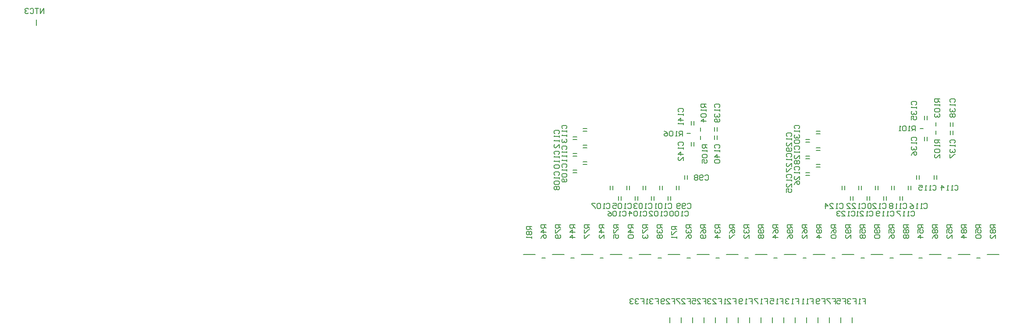
<source format=gbo>
G04*
G04 #@! TF.GenerationSoftware,Altium Limited,Altium Designer,23.11.1 (41)*
G04*
G04 Layer_Color=32896*
%FSLAX25Y25*%
%MOIN*%
G70*
G04*
G04 #@! TF.SameCoordinates,3E60C5BA-0C76-47EE-A8DA-6B49124F06CB*
G04*
G04*
G04 #@! TF.FilePolarity,Positive*
G04*
G01*
G75*
%ADD12C,0.00787*%
%ADD15C,0.00500*%
D12*
X744783Y236221D02*
X747342D01*
X755118Y231791D02*
Y234350D01*
Y238090D02*
Y240650D01*
X934252Y242028D02*
Y244587D01*
Y235728D02*
Y238287D01*
X921949Y240158D02*
X924508D01*
X796654Y144095D02*
X805709D01*
X818701D02*
X827756D01*
X840748D02*
X849803D01*
X862795D02*
X871850D01*
X884842D02*
X893898D01*
X906890D02*
X915945D01*
X928937D02*
X937992D01*
X950984D02*
X960039D01*
X973032D02*
X982087D01*
X620276D02*
X629331D01*
X642323D02*
X651378D01*
X664370D02*
X673425D01*
X686417D02*
X695472D01*
X708465D02*
X717520D01*
X730512D02*
X739567D01*
X752559D02*
X761614D01*
X774606D02*
X783661D01*
X810925Y141339D02*
X813484D01*
X832972D02*
X835532D01*
X855020D02*
X857579D01*
X877067D02*
X879626D01*
X899114D02*
X901673D01*
X921161D02*
X923720D01*
X943209D02*
X945768D01*
X965256D02*
X967815D01*
X634547D02*
X637106D01*
X656595D02*
X659154D01*
X678642D02*
X681201D01*
X700689D02*
X703248D01*
X722736D02*
X725295D01*
X744783D02*
X747342D01*
X766831D02*
X769390D01*
X788878D02*
X791437D01*
X250000Y318799D02*
Y322933D01*
X731890Y92094D02*
Y96095D01*
X740551Y92094D02*
Y96095D01*
X749213Y92094D02*
Y96095D01*
X757874Y92094D02*
Y96095D01*
X766535Y92094D02*
Y96095D01*
X775197Y92094D02*
Y96095D01*
X783858Y92094D02*
Y96095D01*
X792520Y92094D02*
Y96095D01*
X801181Y92094D02*
Y96095D01*
X809842Y92094D02*
Y96095D01*
X818504Y92094D02*
Y96095D01*
X827165Y92094D02*
Y96095D01*
X835827Y92094D02*
Y96095D01*
X844488Y92094D02*
Y96095D01*
X853150Y92094D02*
Y96095D01*
X861811Y92094D02*
Y96095D01*
X870472Y92094D02*
Y96095D01*
X683597Y182414D02*
X684253Y183070D01*
X685565D01*
X686221Y182414D01*
Y179790D01*
X685565Y179135D01*
X684253D01*
X683597Y179790D01*
X682285Y179135D02*
X680973D01*
X681629D01*
Y183070D01*
X682285Y182414D01*
X679005D02*
X678349Y183070D01*
X677037D01*
X676381Y182414D01*
Y179790D01*
X677037Y179135D01*
X678349D01*
X679005Y179790D01*
Y182414D01*
X675069Y183070D02*
X672445D01*
Y182414D01*
X675069Y179790D01*
Y179135D01*
X827034Y239896D02*
X826379Y240552D01*
Y241864D01*
X827034Y242520D01*
X829658D01*
X830314Y241864D01*
Y240552D01*
X829658Y239896D01*
X830314Y238584D02*
Y237272D01*
Y237928D01*
X826379D01*
X827034Y238584D01*
Y235304D02*
X826379Y234648D01*
Y233336D01*
X827034Y232680D01*
X827691D01*
X828347Y233336D01*
Y233992D01*
Y233336D01*
X829002Y232680D01*
X829658D01*
X830314Y233336D01*
Y234648D01*
X829658Y235304D01*
X827034Y231368D02*
X826379Y230713D01*
Y229401D01*
X827034Y228745D01*
X829658D01*
X830314Y229401D01*
Y230713D01*
X829658Y231368D01*
X827034D01*
X869291Y166795D02*
X865355D01*
Y164827D01*
X866011Y164171D01*
X867323D01*
X867979Y164827D01*
Y166795D01*
Y165483D02*
X869291Y164171D01*
X868635Y162859D02*
X869291Y162203D01*
Y160891D01*
X868635Y160235D01*
X866011D01*
X865355Y160891D01*
Y162203D01*
X866011Y162859D01*
X866667D01*
X867323Y162203D01*
Y160235D01*
X869291Y156299D02*
Y158923D01*
X866667Y156299D01*
X866011D01*
X865355Y156955D01*
Y158267D01*
X866011Y158923D01*
X741339Y234253D02*
Y238188D01*
X739371D01*
X738715Y237532D01*
Y236221D01*
X739371Y235564D01*
X741339D01*
X740027D02*
X738715Y234253D01*
X737403D02*
X736091D01*
X736747D01*
Y238188D01*
X737403Y237532D01*
X734123D02*
X733467Y238188D01*
X732155D01*
X731499Y237532D01*
Y234909D01*
X732155Y234253D01*
X733467D01*
X734123Y234909D01*
Y237532D01*
X727563Y238188D02*
X728875Y237532D01*
X730187Y236221D01*
Y234909D01*
X729531Y234253D01*
X728219D01*
X727563Y234909D01*
Y235564D01*
X728219Y236221D01*
X730187D01*
X760236Y227559D02*
X756300D01*
Y225591D01*
X756956Y224935D01*
X758268D01*
X758924Y225591D01*
Y227559D01*
Y226247D02*
X760236Y224935D01*
Y223623D02*
Y222311D01*
Y222967D01*
X756300D01*
X756956Y223623D01*
Y220343D02*
X756300Y219688D01*
Y218376D01*
X756956Y217720D01*
X759580D01*
X760236Y218376D01*
Y219688D01*
X759580Y220343D01*
X756956D01*
X756300Y213784D02*
Y216408D01*
X758268D01*
X757612Y215096D01*
Y214440D01*
X758268Y213784D01*
X759580D01*
X760236Y214440D01*
Y215752D01*
X759580Y216408D01*
X759448Y258657D02*
X755512D01*
Y256689D01*
X756168Y256033D01*
X757480D01*
X758136Y256689D01*
Y258657D01*
Y257345D02*
X759448Y256033D01*
Y254721D02*
Y253409D01*
Y254065D01*
X755512D01*
X756168Y254721D01*
Y251442D02*
X755512Y250785D01*
Y249474D01*
X756168Y248818D01*
X758792D01*
X759448Y249474D01*
Y250785D01*
X758792Y251442D01*
X756168D01*
X759448Y245538D02*
X755512D01*
X757480Y247506D01*
Y244882D01*
X937007Y262594D02*
X933072D01*
Y260626D01*
X933727Y259970D01*
X935039D01*
X935695Y260626D01*
Y262594D01*
Y261282D02*
X937007Y259970D01*
Y258658D02*
Y257346D01*
Y258002D01*
X933072D01*
X933727Y258658D01*
Y255379D02*
X933072Y254722D01*
Y253411D01*
X933727Y252755D01*
X936351D01*
X937007Y253411D01*
Y254722D01*
X936351Y255379D01*
X933727D01*
Y251443D02*
X933072Y250787D01*
Y249475D01*
X933727Y248819D01*
X934383D01*
X935039Y249475D01*
Y250131D01*
Y249475D01*
X935695Y248819D01*
X936351D01*
X937007Y249475D01*
Y250787D01*
X936351Y251443D01*
X937007Y231496D02*
X933072D01*
Y229528D01*
X933727Y228872D01*
X935039D01*
X935695Y229528D01*
Y231496D01*
Y230184D02*
X937007Y228872D01*
Y227560D02*
Y226248D01*
Y226904D01*
X933072D01*
X933727Y227560D01*
Y224281D02*
X933072Y223625D01*
Y222313D01*
X933727Y221657D01*
X936351D01*
X937007Y222313D01*
Y223625D01*
X936351Y224281D01*
X933727D01*
X937007Y217721D02*
Y220345D01*
X934383Y217721D01*
X933727D01*
X933072Y218377D01*
Y219689D01*
X933727Y220345D01*
X918504Y238190D02*
Y242125D01*
X916536D01*
X915880Y241469D01*
Y240158D01*
X916536Y239502D01*
X918504D01*
X917192D02*
X915880Y238190D01*
X914568D02*
X913256D01*
X913912D01*
Y242125D01*
X914568Y241469D01*
X911288D02*
X910633Y242125D01*
X909321D01*
X908665Y241469D01*
Y238846D01*
X909321Y238190D01*
X910633D01*
X911288Y238846D01*
Y241469D01*
X907353Y238190D02*
X906041D01*
X906697D01*
Y242125D01*
X907353Y241469D01*
X738846Y226904D02*
X738190Y227560D01*
Y228872D01*
X738846Y229528D01*
X741469D01*
X742125Y228872D01*
Y227560D01*
X741469Y226904D01*
X742125Y225592D02*
Y224280D01*
Y224936D01*
X738190D01*
X738846Y225592D01*
X742125Y220344D02*
X738190D01*
X740158Y222312D01*
Y219688D01*
X742125Y215753D02*
Y218376D01*
X739501Y215753D01*
X738846D01*
X738190Y216408D01*
Y217720D01*
X738846Y218376D01*
X738846Y252753D02*
X738190Y253409D01*
Y254721D01*
X738846Y255377D01*
X741469D01*
X742125Y254721D01*
Y253409D01*
X741469Y252753D01*
X742125Y251441D02*
Y250129D01*
Y250785D01*
X738190D01*
X738846Y251441D01*
X742125Y246193D02*
X738190D01*
X740158Y248161D01*
Y245537D01*
X742125Y244225D02*
Y242913D01*
Y243569D01*
X738190D01*
X738846Y244225D01*
X766405Y224935D02*
X765749Y225591D01*
Y226903D01*
X766405Y227559D01*
X769028D01*
X769684Y226903D01*
Y225591D01*
X769028Y224935D01*
X769684Y223623D02*
Y222311D01*
Y222967D01*
X765749D01*
X766405Y223623D01*
X769684Y218376D02*
X765749D01*
X767717Y220343D01*
Y217720D01*
X766405Y216408D02*
X765749Y215752D01*
Y214440D01*
X766405Y213784D01*
X769028D01*
X769684Y214440D01*
Y215752D01*
X769028Y216408D01*
X766405D01*
X766405Y256033D02*
X765749Y256689D01*
Y258001D01*
X766405Y258657D01*
X769028D01*
X769684Y258001D01*
Y256689D01*
X769028Y256033D01*
X769684Y254721D02*
Y253409D01*
Y254065D01*
X765749D01*
X766405Y254721D01*
Y251441D02*
X765749Y250785D01*
Y249474D01*
X766405Y248818D01*
X767061D01*
X767717Y249474D01*
Y250130D01*
Y249474D01*
X768372Y248818D01*
X769028D01*
X769684Y249474D01*
Y250785D01*
X769028Y251441D01*
Y247506D02*
X769684Y246850D01*
Y245538D01*
X769028Y244882D01*
X766405D01*
X765749Y245538D01*
Y246850D01*
X766405Y247506D01*
X767061D01*
X767717Y246850D01*
Y244882D01*
X945539Y259970D02*
X944882Y260626D01*
Y261938D01*
X945539Y262594D01*
X948162D01*
X948818Y261938D01*
Y260626D01*
X948162Y259970D01*
X948818Y258658D02*
Y257346D01*
Y258002D01*
X944882D01*
X945539Y258658D01*
Y255379D02*
X944882Y254722D01*
Y253411D01*
X945539Y252755D01*
X946194D01*
X946850Y253411D01*
Y254067D01*
Y253411D01*
X947506Y252755D01*
X948162D01*
X948818Y253411D01*
Y254722D01*
X948162Y255379D01*
X945539Y251443D02*
X944882Y250787D01*
Y249475D01*
X945539Y248819D01*
X946194D01*
X946850Y249475D01*
X947506Y248819D01*
X948162D01*
X948818Y249475D01*
Y250787D01*
X948162Y251443D01*
X947506D01*
X946850Y250787D01*
X946194Y251443D01*
X945539D01*
X946850Y250787D02*
Y249475D01*
X945539Y228872D02*
X944882Y229528D01*
Y230840D01*
X945539Y231496D01*
X948162D01*
X948818Y230840D01*
Y229528D01*
X948162Y228872D01*
X948818Y227560D02*
Y226248D01*
Y226904D01*
X944882D01*
X945539Y227560D01*
Y224281D02*
X944882Y223625D01*
Y222313D01*
X945539Y221657D01*
X946194D01*
X946850Y222313D01*
Y222969D01*
Y222313D01*
X947506Y221657D01*
X948162D01*
X948818Y222313D01*
Y223625D01*
X948162Y224281D01*
X944882Y220345D02*
Y217721D01*
X945539D01*
X948162Y220345D01*
X948818D01*
X916011Y230841D02*
X915355Y231497D01*
Y232809D01*
X916011Y233465D01*
X918635D01*
X919291Y232809D01*
Y231497D01*
X918635Y230841D01*
X919291Y229529D02*
Y228217D01*
Y228873D01*
X915355D01*
X916011Y229529D01*
Y226249D02*
X915355Y225593D01*
Y224281D01*
X916011Y223625D01*
X916667D01*
X917323Y224281D01*
Y224937D01*
Y224281D01*
X917979Y223625D01*
X918635D01*
X919291Y224281D01*
Y225593D01*
X918635Y226249D01*
X915355Y219689D02*
X916011Y221001D01*
X917323Y222313D01*
X918635D01*
X919291Y221657D01*
Y220345D01*
X918635Y219689D01*
X917979D01*
X917323Y220345D01*
Y222313D01*
X916011Y258002D02*
X915355Y258658D01*
Y259969D01*
X916011Y260626D01*
X918635D01*
X919291Y259969D01*
Y258658D01*
X918635Y258002D01*
X919291Y256690D02*
Y255378D01*
Y256034D01*
X915355D01*
X916011Y256690D01*
Y253410D02*
X915355Y252754D01*
Y251442D01*
X916011Y250786D01*
X916667D01*
X917323Y251442D01*
Y252098D01*
Y251442D01*
X917979Y250786D01*
X918635D01*
X919291Y251442D01*
Y252754D01*
X918635Y253410D01*
X915355Y246850D02*
Y249474D01*
X917323D01*
X916667Y248162D01*
Y247506D01*
X917323Y246850D01*
X918635D01*
X919291Y247506D01*
Y248818D01*
X918635Y249474D01*
X803149Y166795D02*
X799213D01*
Y164827D01*
X799869Y164171D01*
X801181D01*
X801837Y164827D01*
Y166795D01*
Y165483D02*
X803149Y164171D01*
X802493Y162859D02*
X803149Y162203D01*
Y160891D01*
X802493Y160235D01*
X799869D01*
X799213Y160891D01*
Y162203D01*
X799869Y162859D01*
X800525D01*
X801181Y162203D01*
Y160235D01*
X799869Y158923D02*
X799213Y158267D01*
Y156955D01*
X799869Y156299D01*
X800525D01*
X801181Y156955D01*
X801837Y156299D01*
X802493D01*
X803149Y156955D01*
Y158267D01*
X802493Y158923D01*
X801837D01*
X801181Y158267D01*
X800525Y158923D01*
X799869D01*
X801181Y158267D02*
Y156955D01*
X825196Y166795D02*
X821261D01*
Y164827D01*
X821916Y164171D01*
X823228D01*
X823884Y164827D01*
Y166795D01*
Y165483D02*
X825196Y164171D01*
X824540Y162859D02*
X825196Y162203D01*
Y160891D01*
X824540Y160235D01*
X821916D01*
X821261Y160891D01*
Y162203D01*
X821916Y162859D01*
X822572D01*
X823228Y162203D01*
Y160235D01*
X821261Y156299D02*
X821916Y157611D01*
X823228Y158923D01*
X824540D01*
X825196Y158267D01*
Y156955D01*
X824540Y156299D01*
X823884D01*
X823228Y156955D01*
Y158923D01*
X847243Y166795D02*
X843308D01*
Y164827D01*
X843964Y164171D01*
X845276D01*
X845932Y164827D01*
Y166795D01*
Y165483D02*
X847243Y164171D01*
X846587Y162859D02*
X847243Y162203D01*
Y160891D01*
X846587Y160235D01*
X843964D01*
X843308Y160891D01*
Y162203D01*
X843964Y162859D01*
X844620D01*
X845276Y162203D01*
Y160235D01*
X847243Y156955D02*
X843308D01*
X845276Y158923D01*
Y156299D01*
X891338Y166795D02*
X887402D01*
Y164827D01*
X888058Y164171D01*
X889370D01*
X890026Y164827D01*
Y166795D01*
Y165483D02*
X891338Y164171D01*
X890682Y162859D02*
X891338Y162203D01*
Y160891D01*
X890682Y160235D01*
X888058D01*
X887402Y160891D01*
Y162203D01*
X888058Y162859D01*
X888714D01*
X889370Y162203D01*
Y160235D01*
X888058Y158923D02*
X887402Y158267D01*
Y156955D01*
X888058Y156299D01*
X890682D01*
X891338Y156955D01*
Y158267D01*
X890682Y158923D01*
X888058D01*
X913385Y166795D02*
X909449D01*
Y164827D01*
X910105Y164171D01*
X911417D01*
X912073Y164827D01*
Y166795D01*
Y165483D02*
X913385Y164171D01*
X910105Y162859D02*
X909449Y162203D01*
Y160891D01*
X910105Y160235D01*
X910761D01*
X911417Y160891D01*
X912073Y160235D01*
X912729D01*
X913385Y160891D01*
Y162203D01*
X912729Y162859D01*
X912073D01*
X911417Y162203D01*
X910761Y162859D01*
X910105D01*
X911417Y162203D02*
Y160891D01*
X910105Y158923D02*
X909449Y158267D01*
Y156955D01*
X910105Y156299D01*
X910761D01*
X911417Y156955D01*
X912073Y156299D01*
X912729D01*
X913385Y156955D01*
Y158267D01*
X912729Y158923D01*
X912073D01*
X911417Y158267D01*
X910761Y158923D01*
X910105D01*
X911417Y158267D02*
Y156955D01*
X935432Y166795D02*
X931497D01*
Y164827D01*
X932153Y164171D01*
X933465D01*
X934120Y164827D01*
Y166795D01*
Y165483D02*
X935432Y164171D01*
X932153Y162859D02*
X931497Y162203D01*
Y160891D01*
X932153Y160235D01*
X932809D01*
X933465Y160891D01*
X934120Y160235D01*
X934776D01*
X935432Y160891D01*
Y162203D01*
X934776Y162859D01*
X934120D01*
X933465Y162203D01*
X932809Y162859D01*
X932153D01*
X933465Y162203D02*
Y160891D01*
X931497Y156299D02*
X932153Y157611D01*
X933465Y158923D01*
X934776D01*
X935432Y158267D01*
Y156955D01*
X934776Y156299D01*
X934120D01*
X933465Y156955D01*
Y158923D01*
X957480Y166795D02*
X953544D01*
Y164827D01*
X954200Y164171D01*
X955512D01*
X956168Y164827D01*
Y166795D01*
Y165483D02*
X957480Y164171D01*
X954200Y162859D02*
X953544Y162203D01*
Y160891D01*
X954200Y160235D01*
X954856D01*
X955512Y160891D01*
X956168Y160235D01*
X956824D01*
X957480Y160891D01*
Y162203D01*
X956824Y162859D01*
X956168D01*
X955512Y162203D01*
X954856Y162859D01*
X954200D01*
X955512Y162203D02*
Y160891D01*
X957480Y156955D02*
X953544D01*
X955512Y158923D01*
Y156299D01*
X979527Y166795D02*
X975591D01*
Y164827D01*
X976247Y164171D01*
X977559D01*
X978215Y164827D01*
Y166795D01*
Y165483D02*
X979527Y164171D01*
X976247Y162859D02*
X975591Y162203D01*
Y160891D01*
X976247Y160235D01*
X976903D01*
X977559Y160891D01*
X978215Y160235D01*
X978871D01*
X979527Y160891D01*
Y162203D01*
X978871Y162859D01*
X978215D01*
X977559Y162203D01*
X976903Y162859D01*
X976247D01*
X977559Y162203D02*
Y160891D01*
X979527Y156299D02*
Y158923D01*
X976903Y156299D01*
X976247D01*
X975591Y156955D01*
Y158267D01*
X976247Y158923D01*
X626771Y165483D02*
X622835D01*
Y163515D01*
X623491Y162859D01*
X624803D01*
X625459Y163515D01*
Y165483D01*
Y164171D02*
X626771Y162859D01*
X623491Y161547D02*
X622835Y160891D01*
Y159579D01*
X623491Y158923D01*
X624147D01*
X624803Y159579D01*
X625459Y158923D01*
X626115D01*
X626771Y159579D01*
Y160891D01*
X626115Y161547D01*
X625459D01*
X624803Y160891D01*
X624147Y161547D01*
X623491D01*
X624803Y160891D02*
Y159579D01*
X626771Y157611D02*
Y156299D01*
Y156955D01*
X622835D01*
X623491Y157611D01*
X648818Y166795D02*
X644882D01*
Y164827D01*
X645539Y164171D01*
X646850D01*
X647506Y164827D01*
Y166795D01*
Y165483D02*
X648818Y164171D01*
X644882Y162859D02*
Y160235D01*
X645539D01*
X648162Y162859D01*
X648818D01*
X648162Y158923D02*
X648818Y158267D01*
Y156955D01*
X648162Y156299D01*
X645539D01*
X644882Y156955D01*
Y158267D01*
X645539Y158923D01*
X646194D01*
X646850Y158267D01*
Y156299D01*
X670865Y166795D02*
X666930D01*
Y164827D01*
X667586Y164171D01*
X668898D01*
X669554Y164827D01*
Y166795D01*
Y165483D02*
X670865Y164171D01*
X666930Y162859D02*
Y160235D01*
X667586D01*
X670210Y162859D01*
X670865D01*
X666930Y158923D02*
Y156299D01*
X667586D01*
X670210Y158923D01*
X670865D01*
X692913Y166795D02*
X688977D01*
Y164827D01*
X689633Y164171D01*
X690945D01*
X691601Y164827D01*
Y166795D01*
Y165483D02*
X692913Y164171D01*
X688977Y162859D02*
Y160235D01*
X689633D01*
X692257Y162859D01*
X692913D01*
X688977Y156299D02*
Y158923D01*
X690945D01*
X690289Y157611D01*
Y156955D01*
X690945Y156299D01*
X692257D01*
X692913Y156955D01*
Y158267D01*
X692257Y158923D01*
X714960Y166795D02*
X711024D01*
Y164827D01*
X711680Y164171D01*
X712992D01*
X713648Y164827D01*
Y166795D01*
Y165483D02*
X714960Y164171D01*
X711024Y162859D02*
Y160235D01*
X711680D01*
X714304Y162859D01*
X714960D01*
X711680Y158923D02*
X711024Y158267D01*
Y156955D01*
X711680Y156299D01*
X712336D01*
X712992Y156955D01*
Y157611D01*
Y156955D01*
X713648Y156299D01*
X714304D01*
X714960Y156955D01*
Y158267D01*
X714304Y158923D01*
X737007Y165483D02*
X733072D01*
Y163515D01*
X733728Y162859D01*
X735039D01*
X735695Y163515D01*
Y165483D01*
Y164171D02*
X737007Y162859D01*
X733072Y161547D02*
Y158923D01*
X733728D01*
X736351Y161547D01*
X737007D01*
Y157611D02*
Y156299D01*
Y156955D01*
X733072D01*
X733728Y157611D01*
X759055Y166795D02*
X755119D01*
Y164827D01*
X755775Y164171D01*
X757087D01*
X757743Y164827D01*
Y166795D01*
Y165483D02*
X759055Y164171D01*
X755119Y160235D02*
X755775Y161547D01*
X757087Y162859D01*
X758398D01*
X759055Y162203D01*
Y160891D01*
X758398Y160235D01*
X757743D01*
X757087Y160891D01*
Y162859D01*
X758398Y158923D02*
X759055Y158267D01*
Y156955D01*
X758398Y156299D01*
X755775D01*
X755119Y156955D01*
Y158267D01*
X755775Y158923D01*
X756431D01*
X757087Y158267D01*
Y156299D01*
X781102Y166795D02*
X777166D01*
Y164827D01*
X777822Y164171D01*
X779134D01*
X779790Y164827D01*
Y166795D01*
Y165483D02*
X781102Y164171D01*
X777166Y160235D02*
X777822Y161547D01*
X779134Y162859D01*
X780446D01*
X781102Y162203D01*
Y160891D01*
X780446Y160235D01*
X779790D01*
X779134Y160891D01*
Y162859D01*
X777166Y158923D02*
Y156299D01*
X777822D01*
X780446Y158923D01*
X781102D01*
X814173Y166795D02*
X810237D01*
Y164827D01*
X810893Y164171D01*
X812205D01*
X812861Y164827D01*
Y166795D01*
Y165483D02*
X814173Y164171D01*
X810237Y160235D02*
X810893Y161547D01*
X812205Y162859D01*
X813517D01*
X814173Y162203D01*
Y160891D01*
X813517Y160235D01*
X812861D01*
X812205Y160891D01*
Y162859D01*
X814173Y156955D02*
X810237D01*
X812205Y158923D01*
Y156299D01*
X836220Y166795D02*
X832284D01*
Y164827D01*
X832940Y164171D01*
X834252D01*
X834908Y164827D01*
Y166795D01*
Y165483D02*
X836220Y164171D01*
X832284Y160235D02*
X832940Y161547D01*
X834252Y162859D01*
X835564D01*
X836220Y162203D01*
Y160891D01*
X835564Y160235D01*
X834908D01*
X834252Y160891D01*
Y162859D01*
X836220Y156299D02*
Y158923D01*
X833596Y156299D01*
X832940D01*
X832284Y156955D01*
Y158267D01*
X832940Y158923D01*
X858267Y166795D02*
X854331D01*
Y164827D01*
X854987Y164171D01*
X856299D01*
X856955Y164827D01*
Y166795D01*
Y165483D02*
X858267Y164171D01*
X854331Y160235D02*
X854987Y161547D01*
X856299Y162859D01*
X857611D01*
X858267Y162203D01*
Y160891D01*
X857611Y160235D01*
X856955D01*
X856299Y160891D01*
Y162859D01*
X854987Y158923D02*
X854331Y158267D01*
Y156955D01*
X854987Y156299D01*
X857611D01*
X858267Y156955D01*
Y158267D01*
X857611Y158923D01*
X854987D01*
X880314Y166795D02*
X876379D01*
Y164827D01*
X877034Y164171D01*
X878346D01*
X879002Y164827D01*
Y166795D01*
Y165483D02*
X880314Y164171D01*
X876379Y160235D02*
Y162859D01*
X878346D01*
X877691Y161547D01*
Y160891D01*
X878346Y160235D01*
X879658D01*
X880314Y160891D01*
Y162203D01*
X879658Y162859D01*
X877034Y158923D02*
X876379Y158267D01*
Y156955D01*
X877034Y156299D01*
X877691D01*
X878346Y156955D01*
X879002Y156299D01*
X879658D01*
X880314Y156955D01*
Y158267D01*
X879658Y158923D01*
X879002D01*
X878346Y158267D01*
X877691Y158923D01*
X877034D01*
X878346Y158267D02*
Y156955D01*
X902361Y166795D02*
X898426D01*
Y164827D01*
X899082Y164171D01*
X900394D01*
X901050Y164827D01*
Y166795D01*
Y165483D02*
X902361Y164171D01*
X898426Y160235D02*
Y162859D01*
X900394D01*
X899738Y161547D01*
Y160891D01*
X900394Y160235D01*
X901706D01*
X902361Y160891D01*
Y162203D01*
X901706Y162859D01*
X898426Y156299D02*
X899082Y157611D01*
X900394Y158923D01*
X901706D01*
X902361Y158267D01*
Y156955D01*
X901706Y156299D01*
X901050D01*
X900394Y156955D01*
Y158923D01*
X924409Y166795D02*
X920473D01*
Y164827D01*
X921129Y164171D01*
X922441D01*
X923097Y164827D01*
Y166795D01*
Y165483D02*
X924409Y164171D01*
X920473Y160235D02*
Y162859D01*
X922441D01*
X921785Y161547D01*
Y160891D01*
X922441Y160235D01*
X923753D01*
X924409Y160891D01*
Y162203D01*
X923753Y162859D01*
X924409Y156955D02*
X920473D01*
X922441Y158923D01*
Y156299D01*
X946456Y166795D02*
X942520D01*
Y164827D01*
X943176Y164171D01*
X944488D01*
X945144Y164827D01*
Y166795D01*
Y165483D02*
X946456Y164171D01*
X942520Y160235D02*
Y162859D01*
X944488D01*
X943832Y161547D01*
Y160891D01*
X944488Y160235D01*
X945800D01*
X946456Y160891D01*
Y162203D01*
X945800Y162859D01*
X946456Y156299D02*
Y158923D01*
X943832Y156299D01*
X943176D01*
X942520Y156955D01*
Y158267D01*
X943176Y158923D01*
X968503Y166795D02*
X964567D01*
Y164827D01*
X965224Y164171D01*
X966535D01*
X967191Y164827D01*
Y166795D01*
Y165483D02*
X968503Y164171D01*
X964567Y160235D02*
Y162859D01*
X966535D01*
X965880Y161547D01*
Y160891D01*
X966535Y160235D01*
X967847D01*
X968503Y160891D01*
Y162203D01*
X967847Y162859D01*
X965224Y158923D02*
X964567Y158267D01*
Y156955D01*
X965224Y156299D01*
X967847D01*
X968503Y156955D01*
Y158267D01*
X967847Y158923D01*
X965224D01*
X637795Y166795D02*
X633859D01*
Y164827D01*
X634515Y164171D01*
X635827D01*
X636483Y164827D01*
Y166795D01*
Y165483D02*
X637795Y164171D01*
Y160891D02*
X633859D01*
X635827Y162859D01*
Y160235D01*
X633859Y156299D02*
X634515Y157611D01*
X635827Y158923D01*
X637139D01*
X637795Y158267D01*
Y156955D01*
X637139Y156299D01*
X636483D01*
X635827Y156955D01*
Y158923D01*
X659842Y166795D02*
X655906D01*
Y164827D01*
X656562Y164171D01*
X657874D01*
X658530Y164827D01*
Y166795D01*
Y165483D02*
X659842Y164171D01*
Y160891D02*
X655906D01*
X657874Y162859D01*
Y160235D01*
X659842Y156955D02*
X655906D01*
X657874Y158923D01*
Y156299D01*
X681889Y166795D02*
X677953D01*
Y164827D01*
X678609Y164171D01*
X679921D01*
X680577Y164827D01*
Y166795D01*
Y165483D02*
X681889Y164171D01*
Y160891D02*
X677953D01*
X679921Y162859D01*
Y160235D01*
X681889Y156299D02*
Y158923D01*
X679265Y156299D01*
X678609D01*
X677953Y156955D01*
Y158267D01*
X678609Y158923D01*
X703936Y166795D02*
X700001D01*
Y164827D01*
X700657Y164171D01*
X701968D01*
X702624Y164827D01*
Y166795D01*
Y165483D02*
X703936Y164171D01*
Y160891D02*
X700001D01*
X701968Y162859D01*
Y160235D01*
X700657Y158923D02*
X700001Y158267D01*
Y156955D01*
X700657Y156299D01*
X703280D01*
X703936Y156955D01*
Y158267D01*
X703280Y158923D01*
X700657D01*
X725984Y166795D02*
X722048D01*
Y164827D01*
X722704Y164171D01*
X724016D01*
X724672Y164827D01*
Y166795D01*
Y165483D02*
X725984Y164171D01*
X722704Y162859D02*
X722048Y162203D01*
Y160891D01*
X722704Y160235D01*
X723360D01*
X724016Y160891D01*
Y161547D01*
Y160891D01*
X724672Y160235D01*
X725328D01*
X725984Y160891D01*
Y162203D01*
X725328Y162859D01*
X722704Y158923D02*
X722048Y158267D01*
Y156955D01*
X722704Y156299D01*
X723360D01*
X724016Y156955D01*
X724672Y156299D01*
X725328D01*
X725984Y156955D01*
Y158267D01*
X725328Y158923D01*
X724672D01*
X724016Y158267D01*
X723360Y158923D01*
X722704D01*
X724016Y158267D02*
Y156955D01*
X748031Y166795D02*
X744095D01*
Y164827D01*
X744751Y164171D01*
X746063D01*
X746719Y164827D01*
Y166795D01*
Y165483D02*
X748031Y164171D01*
X744751Y162859D02*
X744095Y162203D01*
Y160891D01*
X744751Y160235D01*
X745407D01*
X746063Y160891D01*
Y161547D01*
Y160891D01*
X746719Y160235D01*
X747375D01*
X748031Y160891D01*
Y162203D01*
X747375Y162859D01*
X744095Y156299D02*
X744751Y157611D01*
X746063Y158923D01*
X747375D01*
X748031Y158267D01*
Y156955D01*
X747375Y156299D01*
X746719D01*
X746063Y156955D01*
Y158923D01*
X770078Y166795D02*
X766142D01*
Y164827D01*
X766798Y164171D01*
X768110D01*
X768766Y164827D01*
Y166795D01*
Y165483D02*
X770078Y164171D01*
X766798Y162859D02*
X766142Y162203D01*
Y160891D01*
X766798Y160235D01*
X767454D01*
X768110Y160891D01*
Y161547D01*
Y160891D01*
X768766Y160235D01*
X769422D01*
X770078Y160891D01*
Y162203D01*
X769422Y162859D01*
X770078Y156955D02*
X766142D01*
X768110Y158923D01*
Y156299D01*
X792125Y166795D02*
X788190D01*
Y164827D01*
X788846Y164171D01*
X790158D01*
X790813Y164827D01*
Y166795D01*
Y165483D02*
X792125Y164171D01*
X788846Y162859D02*
X788190Y162203D01*
Y160891D01*
X788846Y160235D01*
X789501D01*
X790158Y160891D01*
Y161547D01*
Y160891D01*
X790813Y160235D01*
X791469D01*
X792125Y160891D01*
Y162203D01*
X791469Y162859D01*
X792125Y156299D02*
Y158923D01*
X789501Y156299D01*
X788846D01*
X788190Y156955D01*
Y158267D01*
X788846Y158923D01*
X821129Y233990D02*
X820473Y234646D01*
Y235958D01*
X821129Y236614D01*
X823753D01*
X824409Y235958D01*
Y234646D01*
X823753Y233990D01*
X824409Y232678D02*
Y231366D01*
Y232022D01*
X820473D01*
X821129Y232678D01*
X824409Y226775D02*
Y229399D01*
X821785Y226775D01*
X821129D01*
X820473Y227431D01*
Y228743D01*
X821129Y229399D01*
X823753Y225463D02*
X824409Y224807D01*
Y223495D01*
X823753Y222839D01*
X821129D01*
X820473Y223495D01*
Y224807D01*
X821129Y225463D01*
X821785D01*
X822441Y224807D01*
Y222839D01*
X827034Y224148D02*
X826379Y224804D01*
Y226116D01*
X827034Y226772D01*
X829658D01*
X830314Y226116D01*
Y224804D01*
X829658Y224148D01*
X830314Y222836D02*
Y221524D01*
Y222180D01*
X826379D01*
X827034Y222836D01*
X830314Y216932D02*
Y219556D01*
X827691Y216932D01*
X827034D01*
X826379Y217588D01*
Y218900D01*
X827034Y219556D01*
Y215620D02*
X826379Y214964D01*
Y213652D01*
X827034Y212997D01*
X827691D01*
X828347Y213652D01*
X829002Y212997D01*
X829658D01*
X830314Y213652D01*
Y214964D01*
X829658Y215620D01*
X829002D01*
X828347Y214964D01*
X827691Y215620D01*
X827034D01*
X828347Y214964D02*
Y213652D01*
X821129Y218242D02*
X820473Y218898D01*
Y220210D01*
X821129Y220866D01*
X823753D01*
X824409Y220210D01*
Y218898D01*
X823753Y218242D01*
X824409Y216930D02*
Y215618D01*
Y216274D01*
X820473D01*
X821129Y216930D01*
X824409Y211027D02*
Y213651D01*
X821785Y211027D01*
X821129D01*
X820473Y211683D01*
Y212995D01*
X821129Y213651D01*
X820473Y209715D02*
Y207091D01*
X821129D01*
X823753Y209715D01*
X824409D01*
X827034Y208400D02*
X826379Y209056D01*
Y210368D01*
X827034Y211024D01*
X829658D01*
X830314Y210368D01*
Y209056D01*
X829658Y208400D01*
X830314Y207088D02*
Y205776D01*
Y206432D01*
X826379D01*
X827034Y207088D01*
X830314Y201184D02*
Y203808D01*
X827691Y201184D01*
X827034D01*
X826379Y201840D01*
Y203152D01*
X827034Y203808D01*
X826379Y197248D02*
X827034Y198560D01*
X828346Y199872D01*
X829658D01*
X830314Y199216D01*
Y197905D01*
X829658Y197248D01*
X829002D01*
X828346Y197905D01*
Y199872D01*
X821129Y202494D02*
X820473Y203150D01*
Y204462D01*
X821129Y205118D01*
X823753D01*
X824409Y204462D01*
Y203150D01*
X823753Y202494D01*
X824409Y201182D02*
Y199870D01*
Y200526D01*
X820473D01*
X821129Y201182D01*
X824409Y195279D02*
Y197903D01*
X821785Y195279D01*
X821129D01*
X820473Y195935D01*
Y197247D01*
X821129Y197903D01*
X820473Y191343D02*
Y193967D01*
X822441D01*
X821785Y192655D01*
Y191999D01*
X822441Y191343D01*
X823753D01*
X824409Y191999D01*
Y193311D01*
X823753Y193967D01*
X860762Y182414D02*
X861418Y183070D01*
X862730D01*
X863386Y182414D01*
Y179790D01*
X862730Y179135D01*
X861418D01*
X860762Y179790D01*
X859450Y179135D02*
X858138D01*
X858794D01*
Y183070D01*
X859450Y182414D01*
X853547Y179135D02*
X856170D01*
X853547Y181758D01*
Y182414D01*
X854202Y183070D01*
X855514D01*
X856170Y182414D01*
X850267Y179135D02*
Y183070D01*
X852235Y181102D01*
X849611D01*
X869817Y176509D02*
X870473Y177165D01*
X871785D01*
X872441Y176509D01*
Y173885D01*
X871785Y173229D01*
X870473D01*
X869817Y173885D01*
X868505Y173229D02*
X867193D01*
X867849D01*
Y177165D01*
X868505Y176509D01*
X862602Y173229D02*
X865225D01*
X862602Y175853D01*
Y176509D01*
X863258Y177165D01*
X864569D01*
X865225Y176509D01*
X861290D02*
X860634Y177165D01*
X859322D01*
X858666Y176509D01*
Y175853D01*
X859322Y175197D01*
X859978D01*
X859322D01*
X858666Y174541D01*
Y173885D01*
X859322Y173229D01*
X860634D01*
X861290Y173885D01*
X877691Y182414D02*
X878347Y183070D01*
X879659D01*
X880315Y182414D01*
Y179790D01*
X879659Y179135D01*
X878347D01*
X877691Y179790D01*
X876379Y179135D02*
X875067D01*
X875723D01*
Y183070D01*
X876379Y182414D01*
X870476Y179135D02*
X873099D01*
X870476Y181758D01*
Y182414D01*
X871132Y183070D01*
X872443D01*
X873099Y182414D01*
X866540Y179135D02*
X869164D01*
X866540Y181758D01*
Y182414D01*
X867196Y183070D01*
X868508D01*
X869164Y182414D01*
X883597Y176509D02*
X884253Y177165D01*
X885565D01*
X886220Y176509D01*
Y173885D01*
X885565Y173229D01*
X884253D01*
X883597Y173885D01*
X882285Y173229D02*
X880973D01*
X881629D01*
Y177165D01*
X882285Y176509D01*
X876381Y173229D02*
X879005D01*
X876381Y175853D01*
Y176509D01*
X877037Y177165D01*
X878349D01*
X879005Y176509D01*
X875069Y173229D02*
X873757D01*
X874413D01*
Y177165D01*
X875069Y176509D01*
X893439Y182414D02*
X894095Y183070D01*
X895407D01*
X896063Y182414D01*
Y179790D01*
X895407Y179135D01*
X894095D01*
X893439Y179790D01*
X892127Y179135D02*
X890815D01*
X891471D01*
Y183070D01*
X892127Y182414D01*
X886224Y179135D02*
X888848D01*
X886224Y181758D01*
Y182414D01*
X886880Y183070D01*
X888192D01*
X888848Y182414D01*
X884912D02*
X884256Y183070D01*
X882944D01*
X882288Y182414D01*
Y179790D01*
X882944Y179135D01*
X884256D01*
X884912Y179790D01*
Y182414D01*
X899345Y176509D02*
X900001Y177165D01*
X901313D01*
X901968Y176509D01*
Y173885D01*
X901313Y173229D01*
X900001D01*
X899345Y173885D01*
X898033Y173229D02*
X896721D01*
X897377D01*
Y177165D01*
X898033Y176509D01*
X894753Y173229D02*
X893441D01*
X894097D01*
Y177165D01*
X894753Y176509D01*
X891473Y173885D02*
X890817Y173229D01*
X889505D01*
X888849Y173885D01*
Y176509D01*
X889505Y177165D01*
X890817D01*
X891473Y176509D01*
Y175853D01*
X890817Y175197D01*
X888849D01*
X909187Y182414D02*
X909843Y183070D01*
X911155D01*
X911811Y182414D01*
Y179790D01*
X911155Y179135D01*
X909843D01*
X909187Y179790D01*
X907875Y179135D02*
X906563D01*
X907219D01*
Y183070D01*
X907875Y182414D01*
X904595Y179135D02*
X903284D01*
X903940D01*
Y183070D01*
X904595Y182414D01*
X901316D02*
X900660Y183070D01*
X899348D01*
X898692Y182414D01*
Y181758D01*
X899348Y181102D01*
X898692Y180446D01*
Y179790D01*
X899348Y179135D01*
X900660D01*
X901316Y179790D01*
Y180446D01*
X900660Y181102D01*
X901316Y181758D01*
Y182414D01*
X900660Y181102D02*
X899348D01*
X915093Y176509D02*
X915749Y177165D01*
X917061D01*
X917717Y176509D01*
Y173885D01*
X917061Y173229D01*
X915749D01*
X915093Y173885D01*
X913781Y173229D02*
X912469D01*
X913125D01*
Y177165D01*
X913781Y176509D01*
X910501Y173229D02*
X909189D01*
X909845D01*
Y177165D01*
X910501Y176509D01*
X907221Y177165D02*
X904597D01*
Y176509D01*
X907221Y173885D01*
Y173229D01*
X924935Y182414D02*
X925591Y183070D01*
X926903D01*
X927559Y182414D01*
Y179790D01*
X926903Y179135D01*
X925591D01*
X924935Y179790D01*
X923623Y179135D02*
X922311D01*
X922967D01*
Y183070D01*
X923623Y182414D01*
X920343Y179135D02*
X919032D01*
X919688D01*
Y183070D01*
X920343Y182414D01*
X914440Y183070D02*
X915752Y182414D01*
X917064Y181102D01*
Y179790D01*
X916408Y179135D01*
X915096D01*
X914440Y179790D01*
Y180446D01*
X915096Y181102D01*
X917064D01*
X931628Y196194D02*
X932284Y196850D01*
X933596D01*
X934252Y196194D01*
Y193570D01*
X933596Y192914D01*
X932284D01*
X931628Y193570D01*
X930316Y192914D02*
X929004D01*
X929660D01*
Y196850D01*
X930316Y196194D01*
X927036Y192914D02*
X925725D01*
X926381D01*
Y196850D01*
X927036Y196194D01*
X921133Y196850D02*
X923757D01*
Y194882D01*
X922445Y195538D01*
X921789D01*
X921133Y194882D01*
Y193570D01*
X921789Y192914D01*
X923101D01*
X923757Y193570D01*
X948291Y196194D02*
X948946Y196850D01*
X950258D01*
X950914Y196194D01*
Y193570D01*
X950258Y192914D01*
X948946D01*
X948291Y193570D01*
X946979Y192914D02*
X945667D01*
X946323D01*
Y196850D01*
X946979Y196194D01*
X943699Y192914D02*
X942387D01*
X943043D01*
Y196850D01*
X943699Y196194D01*
X938451Y192914D02*
Y196850D01*
X940419Y194882D01*
X937795D01*
X650263Y239896D02*
X649607Y240552D01*
Y241864D01*
X650263Y242520D01*
X652887D01*
X653543Y241864D01*
Y240552D01*
X652887Y239896D01*
X653543Y238584D02*
Y237272D01*
Y237928D01*
X649607D01*
X650263Y238584D01*
X653543Y235304D02*
Y233992D01*
Y234648D01*
X649607D01*
X650263Y235304D01*
Y232024D02*
X649607Y231368D01*
Y230057D01*
X650263Y229401D01*
X650919D01*
X651575Y230057D01*
Y230713D01*
Y230057D01*
X652231Y229401D01*
X652887D01*
X653543Y230057D01*
Y231368D01*
X652887Y232024D01*
X644357Y235959D02*
X643701Y236615D01*
Y237927D01*
X644357Y238583D01*
X646981D01*
X647637Y237927D01*
Y236615D01*
X646981Y235959D01*
X647637Y234647D02*
Y233335D01*
Y233991D01*
X643701D01*
X644357Y234647D01*
X647637Y231367D02*
Y230055D01*
Y230711D01*
X643701D01*
X644357Y231367D01*
X647637Y225464D02*
Y228087D01*
X645013Y225464D01*
X644357D01*
X643701Y226119D01*
Y227431D01*
X644357Y228087D01*
X650263Y224148D02*
X649607Y224804D01*
Y226116D01*
X650263Y226772D01*
X652887D01*
X653543Y226116D01*
Y224804D01*
X652887Y224148D01*
X653543Y222836D02*
Y221524D01*
Y222180D01*
X649607D01*
X650263Y222836D01*
X653543Y219556D02*
Y218244D01*
Y218900D01*
X649607D01*
X650263Y219556D01*
X653543Y216276D02*
Y214964D01*
Y215620D01*
X649607D01*
X650263Y216276D01*
X644357Y220211D02*
X643701Y220867D01*
Y222179D01*
X644357Y222835D01*
X646981D01*
X647637Y222179D01*
Y220867D01*
X646981Y220211D01*
X647637Y218899D02*
Y217587D01*
Y218243D01*
X643701D01*
X644357Y218899D01*
X647637Y215619D02*
Y214307D01*
Y214963D01*
X643701D01*
X644357Y215619D01*
Y212339D02*
X643701Y211683D01*
Y210371D01*
X644357Y209716D01*
X646981D01*
X647637Y210371D01*
Y211683D01*
X646981Y212339D01*
X644357D01*
X650263Y210368D02*
X649607Y211024D01*
Y212336D01*
X650263Y212992D01*
X652887D01*
X653543Y212336D01*
Y211024D01*
X652887Y210368D01*
X653543Y209056D02*
Y207745D01*
Y208400D01*
X649607D01*
X650263Y209056D01*
Y205777D02*
X649607Y205121D01*
Y203809D01*
X650263Y203153D01*
X652887D01*
X653543Y203809D01*
Y205121D01*
X652887Y205777D01*
X650263D01*
X652887Y201841D02*
X653543Y201185D01*
Y199873D01*
X652887Y199217D01*
X650263D01*
X649607Y199873D01*
Y201185D01*
X650263Y201841D01*
X650919D01*
X651575Y201185D01*
Y199217D01*
X644357Y204463D02*
X643701Y205119D01*
Y206431D01*
X644357Y207087D01*
X646981D01*
X647637Y206431D01*
Y205119D01*
X646981Y204463D01*
X647637Y203151D02*
Y201839D01*
Y202495D01*
X643701D01*
X644357Y203151D01*
Y199871D02*
X643701Y199215D01*
Y197903D01*
X644357Y197247D01*
X646981D01*
X647637Y197903D01*
Y199215D01*
X646981Y199871D01*
X644357D01*
Y195935D02*
X643701Y195279D01*
Y193967D01*
X644357Y193312D01*
X645013D01*
X645669Y193967D01*
X646325Y193312D01*
X646981D01*
X647637Y193967D01*
Y195279D01*
X646981Y195935D01*
X646325D01*
X645669Y195279D01*
X645013Y195935D01*
X644357D01*
X645669Y195279D02*
Y193967D01*
X695801Y176509D02*
X696457Y177165D01*
X697769D01*
X698425Y176509D01*
Y173885D01*
X697769Y173229D01*
X696457D01*
X695801Y173885D01*
X694489Y173229D02*
X693178D01*
X693833D01*
Y177165D01*
X694489Y176509D01*
X691210D02*
X690554Y177165D01*
X689242D01*
X688586Y176509D01*
Y173885D01*
X689242Y173229D01*
X690554D01*
X691210Y173885D01*
Y176509D01*
X684650Y177165D02*
X685962Y176509D01*
X687274Y175197D01*
Y173885D01*
X686618Y173229D01*
X685306D01*
X684650Y173885D01*
Y174541D01*
X685306Y175197D01*
X687274D01*
X699738Y182414D02*
X700394Y183070D01*
X701706D01*
X702362Y182414D01*
Y179790D01*
X701706Y179135D01*
X700394D01*
X699738Y179790D01*
X698426Y179135D02*
X697115D01*
X697771D01*
Y183070D01*
X698426Y182414D01*
X695147D02*
X694491Y183070D01*
X693179D01*
X692523Y182414D01*
Y179790D01*
X693179Y179135D01*
X694491D01*
X695147Y179790D01*
Y182414D01*
X688587Y183070D02*
X691211D01*
Y181102D01*
X689899Y181758D01*
X689243D01*
X688587Y181102D01*
Y179790D01*
X689243Y179135D01*
X690555D01*
X691211Y179790D01*
X711549Y176509D02*
X712205Y177165D01*
X713517D01*
X714173Y176509D01*
Y173885D01*
X713517Y173229D01*
X712205D01*
X711549Y173885D01*
X710238Y173229D02*
X708926D01*
X709582D01*
Y177165D01*
X710238Y176509D01*
X706958D02*
X706302Y177165D01*
X704990D01*
X704334Y176509D01*
Y173885D01*
X704990Y173229D01*
X706302D01*
X706958Y173885D01*
Y176509D01*
X701054Y173229D02*
Y177165D01*
X703022Y175197D01*
X700398D01*
X715486Y182414D02*
X716142Y183070D01*
X717454D01*
X718110Y182414D01*
Y179790D01*
X717454Y179135D01*
X716142D01*
X715486Y179790D01*
X714175Y179135D02*
X712863D01*
X713518D01*
Y183070D01*
X714175Y182414D01*
X710895D02*
X710239Y183070D01*
X708927D01*
X708271Y182414D01*
Y179790D01*
X708927Y179135D01*
X710239D01*
X710895Y179790D01*
Y182414D01*
X706959D02*
X706303Y183070D01*
X704991D01*
X704335Y182414D01*
Y181758D01*
X704991Y181102D01*
X705647D01*
X704991D01*
X704335Y180446D01*
Y179790D01*
X704991Y179135D01*
X706303D01*
X706959Y179790D01*
X727297Y176509D02*
X727953Y177165D01*
X729265D01*
X729921Y176509D01*
Y173885D01*
X729265Y173229D01*
X727953D01*
X727297Y173885D01*
X725985Y173229D02*
X724674D01*
X725330D01*
Y177165D01*
X725985Y176509D01*
X722706D02*
X722050Y177165D01*
X720738D01*
X720082Y176509D01*
Y173885D01*
X720738Y173229D01*
X722050D01*
X722706Y173885D01*
Y176509D01*
X716146Y173229D02*
X718770D01*
X716146Y175853D01*
Y176509D01*
X716802Y177165D01*
X718114D01*
X718770Y176509D01*
X730447Y182414D02*
X731103Y183070D01*
X732415D01*
X733071Y182414D01*
Y179790D01*
X732415Y179135D01*
X731103D01*
X730447Y179790D01*
X729135Y179135D02*
X727823D01*
X728479D01*
Y183070D01*
X729135Y182414D01*
X725855D02*
X725199Y183070D01*
X723887D01*
X723232Y182414D01*
Y179790D01*
X723887Y179135D01*
X725199D01*
X725855Y179790D01*
Y182414D01*
X721920Y179135D02*
X720608D01*
X721264D01*
Y183070D01*
X721920Y182414D01*
X743046Y176509D02*
X743701Y177165D01*
X745013D01*
X745669Y176509D01*
Y173885D01*
X745013Y173229D01*
X743701D01*
X743046Y173885D01*
X741734Y173229D02*
X740422D01*
X741078D01*
Y177165D01*
X741734Y176509D01*
X738454D02*
X737798Y177165D01*
X736486D01*
X735830Y176509D01*
Y173885D01*
X736486Y173229D01*
X737798D01*
X738454Y173885D01*
Y176509D01*
X734518D02*
X733862Y177165D01*
X732550D01*
X731894Y176509D01*
Y173885D01*
X732550Y173229D01*
X733862D01*
X734518Y173885D01*
Y176509D01*
X745014Y182414D02*
X745670Y183070D01*
X746982D01*
X747638Y182414D01*
Y179790D01*
X746982Y179135D01*
X745670D01*
X745014Y179790D01*
X743702D02*
X743046Y179135D01*
X741734D01*
X741078Y179790D01*
Y182414D01*
X741734Y183070D01*
X743046D01*
X743702Y182414D01*
Y181758D01*
X743046Y181102D01*
X741078D01*
X739766Y179790D02*
X739110Y179135D01*
X737798D01*
X737143Y179790D01*
Y182414D01*
X737798Y183070D01*
X739110D01*
X739766Y182414D01*
Y181758D01*
X739110Y181102D01*
X737143D01*
X758400Y204068D02*
X759056Y204724D01*
X760368D01*
X761024Y204068D01*
Y201444D01*
X760368Y200788D01*
X759056D01*
X758400Y201444D01*
X757088D02*
X756432Y200788D01*
X755120D01*
X754464Y201444D01*
Y204068D01*
X755120Y204724D01*
X756432D01*
X757088Y204068D01*
Y203412D01*
X756432Y202756D01*
X754464D01*
X753152Y204068D02*
X752496Y204724D01*
X751184D01*
X750528Y204068D01*
Y203412D01*
X751184Y202756D01*
X750528Y202100D01*
Y201444D01*
X751184Y200788D01*
X752496D01*
X753152Y201444D01*
Y202100D01*
X752496Y202756D01*
X753152Y203412D01*
Y204068D01*
X752496Y202756D02*
X751184D01*
X255800Y327700D02*
Y331636D01*
X253176Y327700D01*
Y331636D01*
X251864D02*
X249240D01*
X250552D01*
Y327700D01*
X245305Y330980D02*
X245961Y331636D01*
X247273D01*
X247929Y330980D01*
Y328356D01*
X247273Y327700D01*
X245961D01*
X245305Y328356D01*
X243993Y330980D02*
X243337Y331636D01*
X242025D01*
X241369Y330980D01*
Y330324D01*
X242025Y329668D01*
X242681D01*
X242025D01*
X241369Y329012D01*
Y328356D01*
X242025Y327700D01*
X243337D01*
X243993Y328356D01*
X709317Y110255D02*
X711941D01*
Y108287D01*
X710629D01*
X711941D01*
Y106319D01*
X708005Y109599D02*
X707349Y110255D01*
X706037D01*
X705381Y109599D01*
Y108943D01*
X706037Y108287D01*
X706693D01*
X706037D01*
X705381Y107631D01*
Y106975D01*
X706037Y106319D01*
X707349D01*
X708005Y106975D01*
X704069Y109599D02*
X703413Y110255D01*
X702101D01*
X701445Y109599D01*
Y108943D01*
X702101Y108287D01*
X702757D01*
X702101D01*
X701445Y107631D01*
Y106975D01*
X702101Y106319D01*
X703413D01*
X704069Y106975D01*
X720472Y110255D02*
X723096D01*
Y108287D01*
X721784D01*
X723096D01*
Y106319D01*
X719160Y109599D02*
X718504Y110255D01*
X717192D01*
X716536Y109599D01*
Y108943D01*
X717192Y108287D01*
X717848D01*
X717192D01*
X716536Y107631D01*
Y106975D01*
X717192Y106319D01*
X718504D01*
X719160Y106975D01*
X715224Y106319D02*
X713912D01*
X714568D01*
Y110255D01*
X715224Y109599D01*
X732939Y110255D02*
X735563D01*
Y108287D01*
X734251D01*
X735563D01*
Y106319D01*
X729003D02*
X731627D01*
X729003Y108943D01*
Y109599D01*
X729659Y110255D01*
X730971D01*
X731627Y109599D01*
X727691Y106975D02*
X727035Y106319D01*
X725723D01*
X725067Y106975D01*
Y109599D01*
X725723Y110255D01*
X727035D01*
X727691Y109599D01*
Y108943D01*
X727035Y108287D01*
X725067D01*
X744750Y110255D02*
X747374D01*
Y108287D01*
X746062D01*
X747374D01*
Y106319D01*
X740814D02*
X743438D01*
X740814Y108943D01*
Y109599D01*
X741470Y110255D01*
X742782D01*
X743438Y109599D01*
X739502Y110255D02*
X736878D01*
Y109599D01*
X739502Y106975D01*
Y106319D01*
X756561Y110255D02*
X759185D01*
Y108287D01*
X757873D01*
X759185D01*
Y106319D01*
X752625D02*
X755249D01*
X752625Y108943D01*
Y109599D01*
X753281Y110255D01*
X754593D01*
X755249Y109599D01*
X748689Y110255D02*
X751313D01*
Y108287D01*
X750001Y108943D01*
X749345D01*
X748689Y108287D01*
Y106975D01*
X749345Y106319D01*
X750657D01*
X751313Y106975D01*
X768372Y110236D02*
X770996D01*
Y108268D01*
X769684D01*
X770996D01*
Y106300D01*
X764436D02*
X767060D01*
X764436Y108924D01*
Y109580D01*
X765092Y110236D01*
X766404D01*
X767060Y109580D01*
X763124D02*
X762468Y110236D01*
X761156D01*
X760500Y109580D01*
Y108924D01*
X761156Y108268D01*
X761812D01*
X761156D01*
X760500Y107612D01*
Y106956D01*
X761156Y106300D01*
X762468D01*
X763124Y106956D01*
X779527Y110255D02*
X782151D01*
Y108287D01*
X780839D01*
X782151D01*
Y106319D01*
X775591D02*
X778215D01*
X775591Y108943D01*
Y109599D01*
X776247Y110255D01*
X777559D01*
X778215Y109599D01*
X774279Y106319D02*
X772967D01*
X773623D01*
Y110255D01*
X774279Y109599D01*
X791666Y110255D02*
X794290D01*
Y108287D01*
X792978D01*
X794290D01*
Y106319D01*
X790354D02*
X789042D01*
X789698D01*
Y110255D01*
X790354Y109599D01*
X787074Y106975D02*
X786418Y106319D01*
X785106D01*
X784450Y106975D01*
Y109599D01*
X785106Y110255D01*
X786418D01*
X787074Y109599D01*
Y108943D01*
X786418Y108287D01*
X784450D01*
X803477Y110255D02*
X806101D01*
Y108287D01*
X804789D01*
X806101D01*
Y106319D01*
X802165D02*
X800853D01*
X801509D01*
Y110255D01*
X802165Y109599D01*
X798885Y110255D02*
X796261D01*
Y109599D01*
X798885Y106975D01*
Y106319D01*
X815288Y110255D02*
X817912D01*
Y108287D01*
X816600D01*
X817912D01*
Y106319D01*
X813976D02*
X812664D01*
X813320D01*
Y110255D01*
X813976Y109599D01*
X808072Y110255D02*
X810696D01*
Y108287D01*
X809384Y108943D01*
X808728D01*
X808072Y108287D01*
Y106975D01*
X808728Y106319D01*
X810040D01*
X810696Y106975D01*
X827099Y110255D02*
X829723D01*
Y108287D01*
X828411D01*
X829723D01*
Y106319D01*
X825787D02*
X824475D01*
X825131D01*
Y110255D01*
X825787Y109599D01*
X822507D02*
X821851Y110255D01*
X820539D01*
X819884Y109599D01*
Y108943D01*
X820539Y108287D01*
X821195D01*
X820539D01*
X819884Y107631D01*
Y106975D01*
X820539Y106319D01*
X821851D01*
X822507Y106975D01*
X838254Y110255D02*
X840878D01*
Y108287D01*
X839566D01*
X840878D01*
Y106319D01*
X836942D02*
X835630D01*
X836286D01*
Y110255D01*
X836942Y109599D01*
X833662Y106319D02*
X832350D01*
X833006D01*
Y110255D01*
X833662Y109599D01*
X847113Y110255D02*
X849736D01*
Y108287D01*
X848425D01*
X849736D01*
Y106319D01*
X845801Y106975D02*
X845145Y106319D01*
X843833D01*
X843177Y106975D01*
Y109599D01*
X843833Y110255D01*
X845145D01*
X845801Y109599D01*
Y108943D01*
X845145Y108287D01*
X843177D01*
X854987Y110255D02*
X857611D01*
Y108287D01*
X856299D01*
X857611D01*
Y106319D01*
X853675Y110255D02*
X851051D01*
Y109599D01*
X853675Y106975D01*
Y106319D01*
X862861Y110255D02*
X865485D01*
Y108287D01*
X864173D01*
X865485D01*
Y106319D01*
X858925Y110255D02*
X861549D01*
Y108287D01*
X860237Y108943D01*
X859581D01*
X858925Y108287D01*
Y106975D01*
X859581Y106319D01*
X860893D01*
X861549Y106975D01*
X870735Y110255D02*
X873359D01*
Y108287D01*
X872047D01*
X873359D01*
Y106319D01*
X869423Y109599D02*
X868767Y110255D01*
X867455D01*
X866799Y109599D01*
Y108943D01*
X867455Y108287D01*
X868111D01*
X867455D01*
X866799Y107631D01*
Y106975D01*
X867455Y106319D01*
X868767D01*
X869423Y106975D01*
X877953Y110255D02*
X880577D01*
Y108287D01*
X879265D01*
X880577D01*
Y106319D01*
X876641D02*
X875329D01*
X875985D01*
Y110255D01*
X876641Y109599D01*
D15*
X750213Y226847D02*
Y229847D01*
X748213Y226847D02*
Y229847D01*
X750213Y242595D02*
Y245595D01*
X748213Y242595D02*
Y245595D01*
X767929Y231571D02*
Y234571D01*
X765929Y231571D02*
Y234571D01*
X767929Y237870D02*
Y240870D01*
X765929Y237870D02*
Y240870D01*
X947063Y241807D02*
Y244807D01*
X945063Y241807D02*
Y244807D01*
X947063Y235508D02*
Y238508D01*
X945063Y235508D02*
Y238508D01*
X927378Y230784D02*
Y233784D01*
X925378Y230784D02*
Y233784D01*
X927378Y246532D02*
Y249532D01*
X925378Y246532D02*
Y249532D01*
X842988Y236008D02*
X845988D01*
X842988Y238008D02*
X845988D01*
X835114Y229709D02*
X838114D01*
X835114Y231709D02*
X838114D01*
X842988Y223410D02*
X845988D01*
X842988Y225410D02*
X845988D01*
X835114Y217110D02*
X838114D01*
X835114Y219110D02*
X838114D01*
X842988Y210811D02*
X845988D01*
X842988Y212811D02*
X845988D01*
X835114Y204512D02*
X838114D01*
X835114Y206512D02*
X838114D01*
X864779Y193382D02*
Y196382D01*
X862780Y193382D02*
Y196382D01*
X871079Y185508D02*
Y188508D01*
X869079Y185508D02*
Y188508D01*
X877378Y193382D02*
Y196382D01*
X875378Y193382D02*
Y196382D01*
X883677Y185508D02*
Y188508D01*
X881677Y185508D02*
Y188508D01*
X889976Y193382D02*
Y196382D01*
X887976Y193382D02*
Y196382D01*
X896276Y185508D02*
Y188508D01*
X894276Y185508D02*
Y188508D01*
X902575Y193382D02*
Y196382D01*
X900575Y193382D02*
Y196382D01*
X908874Y185508D02*
Y188508D01*
X906874Y185508D02*
Y188508D01*
X915173Y193382D02*
Y196382D01*
X913173Y193382D02*
Y196382D01*
X921472Y201256D02*
Y204256D01*
X919472Y201256D02*
Y204256D01*
X934858Y201256D02*
Y204256D01*
X932858Y201256D02*
Y204256D01*
X665823Y237976D02*
X668823D01*
X665823Y239976D02*
X668823D01*
X657949Y231677D02*
X660949D01*
X657949Y233677D02*
X660949D01*
X665823Y225378D02*
X668823D01*
X665823Y227378D02*
X668823D01*
X657949Y219079D02*
X660949D01*
X657949Y221079D02*
X660949D01*
X665823Y212779D02*
X668823D01*
X665823Y214779D02*
X668823D01*
X657949Y206480D02*
X660949D01*
X657949Y208480D02*
X660949D01*
X688402Y193382D02*
Y196382D01*
X686402Y193382D02*
Y196382D01*
X694701Y185508D02*
Y188508D01*
X692701Y185508D02*
Y188508D01*
X701000Y193382D02*
Y196382D01*
X699000Y193382D02*
Y196382D01*
X707299Y185508D02*
Y188508D01*
X705299Y185508D02*
Y188508D01*
X713598Y193382D02*
Y196382D01*
X711598Y193382D02*
Y196382D01*
X719898Y185508D02*
Y188508D01*
X717898Y185508D02*
Y188508D01*
X726197Y193382D02*
Y196382D01*
X724197Y193382D02*
Y196382D01*
X732496Y185508D02*
Y188508D01*
X730496Y185508D02*
Y188508D01*
X738795Y193382D02*
Y196382D01*
X736795Y193382D02*
Y196382D01*
X745094Y201256D02*
Y204256D01*
X743094Y201256D02*
Y204256D01*
M02*

</source>
